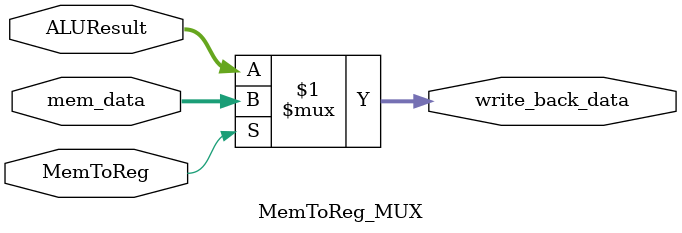
<source format=v>
`timescale 1ns / 1ps

module MemToReg_MUX(ALUResult, mem_data, MemToReg, write_back_data);
input [31:0] ALUResult, mem_data;
input MemToReg;
output [31:0] write_back_data;

assign write_back_data = MemToReg ? mem_data : ALUResult;
endmodule

</source>
